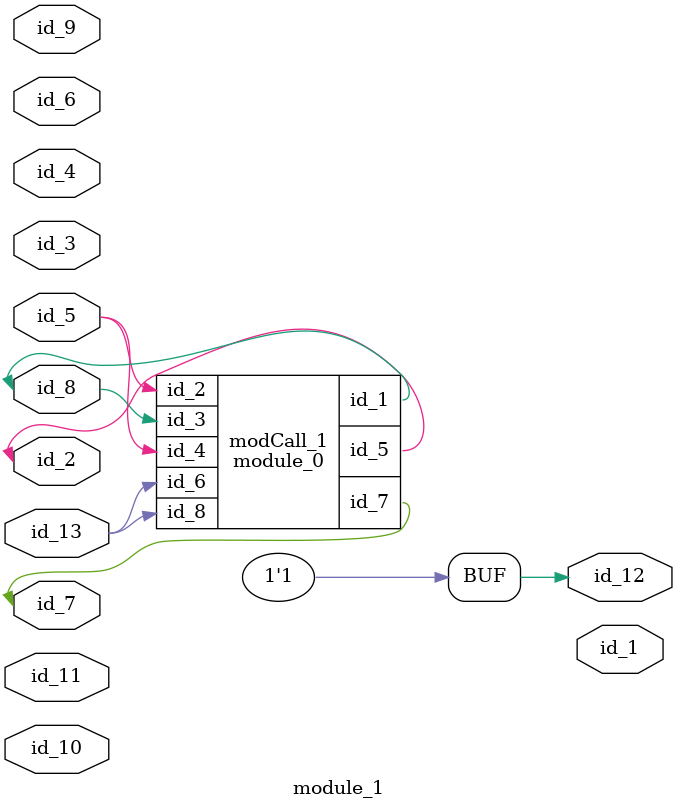
<source format=v>
module module_0 (
    id_1,
    id_2,
    id_3,
    id_4,
    id_5,
    id_6,
    id_7,
    id_8
);
  input wire id_8;
  output wire id_7;
  input wire id_6;
  inout wire id_5;
  input wire id_4;
  input wire id_3;
  input wire id_2;
  inout wire id_1;
  assign id_1 = 1;
endmodule
module module_1 (
    id_1,
    id_2,
    id_3,
    id_4,
    id_5,
    id_6,
    id_7,
    id_8,
    id_9,
    id_10,
    id_11,
    id_12,
    id_13
);
  inout wire id_13;
  output wire id_12;
  input wire id_11;
  input wire id_10;
  inout wire id_9;
  inout wire id_8;
  inout wire id_7;
  inout wire id_6;
  inout wire id_5;
  input wire id_4;
  inout wire id_3;
  inout wire id_2;
  output wire id_1;
  always id_12 <= ~1 && 1;
  module_0 modCall_1 (
      id_8,
      id_5,
      id_8,
      id_5,
      id_2,
      id_13,
      id_7,
      id_13
  );
endmodule

</source>
